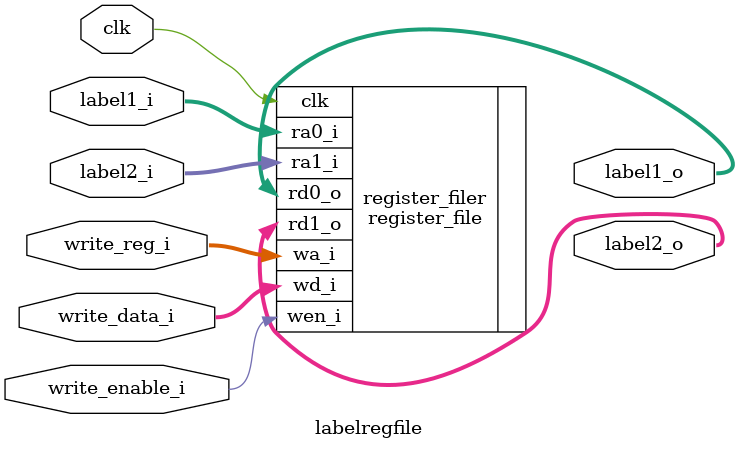
<source format=sv>
/* 
*	Authors: Nicholas Otto and Marc Slaughter
*	nicholasotto / msslaughter@sandiego.edu
*/

// NUM_REG : number of registers in the register file
// L_WIDTH : number of bits needed to specify label register
// D_WIDTH : instruction addr width
module labelregfile#(parameter NUM_REG=16, SEL_WIDTH=6, D_WIDTH=12)
(
	input clk,
	input write_enable_i,
	input [SEL_WIDTH-1 : 0] write_reg_i,// addr of reg to write
	input [D_WIDTH-1 : 0] write_data_i, // data to write to reg
	input [SEL_WIDTH-1 : 0] label1_i,
	input [SEL_WIDTH-1 : 0] label2_i,
	
	output [D_WIDTH-1 : 0] label1_o,
	output [D_WIDTH-1 : 0] label2_o
		
	//output [D_WIDTH-1 : 0] ls_o,
	//output [D_WIDTH-1 : 0] lt_o
);

register_file#(D_WIDTH, 127, SEL_WIDTH) register_filer(
	.clk(clk)
	,.wen_i(write_enable_i)
	,.wa_i(write_reg_i)
	,.ra0_i(label1_i)
	,.ra1_i(label2_i)
	,.wd_i(write_data_i)
	,.rd0_o(label1_o)
	,.rd1_o(label2_o)
);

endmodule

</source>
